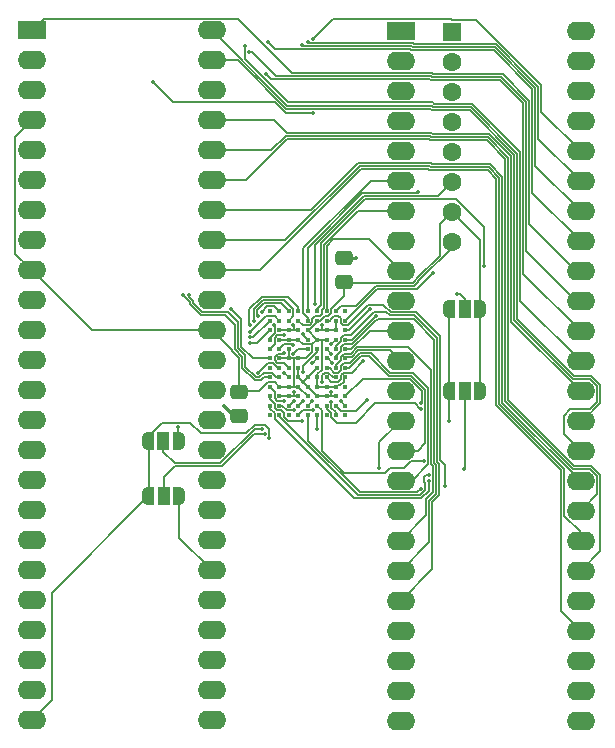
<source format=gbr>
%TF.GenerationSoftware,KiCad,Pcbnew,8.0.7*%
%TF.CreationDate,2025-02-11T22:57:12-05:00*%
%TF.ProjectId,Intel 105 BGA NOR+NAND NonMux,496e7465-6c20-4313-9035-20424741204e,rev?*%
%TF.SameCoordinates,Original*%
%TF.FileFunction,Copper,L1,Top*%
%TF.FilePolarity,Positive*%
%FSLAX46Y46*%
G04 Gerber Fmt 4.6, Leading zero omitted, Abs format (unit mm)*
G04 Created by KiCad (PCBNEW 8.0.7) date 2025-02-11 22:57:12*
%MOMM*%
%LPD*%
G01*
G04 APERTURE LIST*
G04 Aperture macros list*
%AMRoundRect*
0 Rectangle with rounded corners*
0 $1 Rounding radius*
0 $2 $3 $4 $5 $6 $7 $8 $9 X,Y pos of 4 corners*
0 Add a 4 corners polygon primitive as box body*
4,1,4,$2,$3,$4,$5,$6,$7,$8,$9,$2,$3,0*
0 Add four circle primitives for the rounded corners*
1,1,$1+$1,$2,$3*
1,1,$1+$1,$4,$5*
1,1,$1+$1,$6,$7*
1,1,$1+$1,$8,$9*
0 Add four rect primitives between the rounded corners*
20,1,$1+$1,$2,$3,$4,$5,0*
20,1,$1+$1,$4,$5,$6,$7,0*
20,1,$1+$1,$6,$7,$8,$9,0*
20,1,$1+$1,$8,$9,$2,$3,0*%
%AMFreePoly0*
4,1,19,0.550000,-0.750000,0.000000,-0.750000,0.000000,-0.744911,-0.071157,-0.744911,-0.207708,-0.704816,-0.327430,-0.627875,-0.420627,-0.520320,-0.479746,-0.390866,-0.500000,-0.250000,-0.500000,0.250000,-0.479746,0.390866,-0.420627,0.520320,-0.327430,0.627875,-0.207708,0.704816,-0.071157,0.744911,0.000000,0.744911,0.000000,0.750000,0.550000,0.750000,0.550000,-0.750000,0.550000,-0.750000,
$1*%
%AMFreePoly1*
4,1,19,0.000000,0.744911,0.071157,0.744911,0.207708,0.704816,0.327430,0.627875,0.420627,0.520320,0.479746,0.390866,0.500000,0.250000,0.500000,-0.250000,0.479746,-0.390866,0.420627,-0.520320,0.327430,-0.627875,0.207708,-0.704816,0.071157,-0.744911,0.000000,-0.744911,0.000000,-0.750000,-0.550000,-0.750000,-0.550000,0.750000,0.000000,0.750000,0.000000,0.744911,0.000000,0.744911,
$1*%
G04 Aperture macros list end*
%TA.AperFunction,SMDPad,CuDef*%
%ADD10RoundRect,0.250000X-0.475000X0.337500X-0.475000X-0.337500X0.475000X-0.337500X0.475000X0.337500X0*%
%TD*%
%TA.AperFunction,SMDPad,CuDef*%
%ADD11FreePoly0,0.000000*%
%TD*%
%TA.AperFunction,SMDPad,CuDef*%
%ADD12R,1.000000X1.500000*%
%TD*%
%TA.AperFunction,SMDPad,CuDef*%
%ADD13FreePoly1,0.000000*%
%TD*%
%TA.AperFunction,ComponentPad*%
%ADD14R,2.400000X1.600000*%
%TD*%
%TA.AperFunction,ComponentPad*%
%ADD15O,2.400000X1.600000*%
%TD*%
%TA.AperFunction,ComponentPad*%
%ADD16R,1.600000X1.600000*%
%TD*%
%TA.AperFunction,ComponentPad*%
%ADD17C,1.600000*%
%TD*%
%TA.AperFunction,SMDPad,CuDef*%
%ADD18C,0.400000*%
%TD*%
%TA.AperFunction,SMDPad,CuDef*%
%ADD19RoundRect,0.250000X0.475000X-0.337500X0.475000X0.337500X-0.475000X0.337500X-0.475000X-0.337500X0*%
%TD*%
%TA.AperFunction,ViaPad*%
%ADD20C,0.350000*%
%TD*%
%TA.AperFunction,Conductor*%
%ADD21C,0.150000*%
%TD*%
%TA.AperFunction,Conductor*%
%ADD22C,0.127000*%
%TD*%
%TA.AperFunction,Conductor*%
%ADD23C,0.250000*%
%TD*%
G04 APERTURE END LIST*
D10*
%TO.P,C2,1*%
%TO.N,VCC*%
X157690000Y-93982500D03*
%TO.P,C2,2*%
%TO.N,GND*%
X157690000Y-96057500D03*
%TD*%
D11*
%TO.P,CE4,1,A*%
%TO.N,/CE*%
X150000000Y-102847500D03*
D12*
%TO.P,CE4,2,C*%
%TO.N,/F4-CE*%
X151300000Y-102847500D03*
D13*
%TO.P,CE4,3,B*%
%TO.N,VCC*%
X152600000Y-102847500D03*
%TD*%
D14*
%TO.P,J3,1,Pin_1*%
%TO.N,/D4*%
X140131800Y-63398400D03*
D15*
%TO.P,J3,2,Pin_2*%
%TO.N,/D6*%
X140131800Y-65938400D03*
%TO.P,J3,3,Pin_3*%
%TO.N,GND*%
X140131800Y-68478400D03*
%TO.P,J3,4,Pin_4*%
%TO.N,VCC*%
X140131800Y-71018400D03*
%TO.P,J3,5,Pin_5*%
%TO.N,/D5*%
X140131800Y-73558400D03*
%TO.P,J3,6,Pin_6*%
%TO.N,/D7*%
X140131800Y-76098400D03*
%TO.P,J3,7,Pin_7*%
%TO.N,/D12*%
X140131800Y-78638400D03*
%TO.P,J3,8,Pin_8*%
%TO.N,/D14*%
X140131800Y-81178400D03*
%TO.P,J3,9,Pin_9*%
%TO.N,VCC*%
X140131800Y-83718400D03*
%TO.P,J3,10,Pin_10*%
%TO.N,/D13*%
X140131800Y-86258400D03*
%TO.P,J3,11,Pin_11*%
%TO.N,/D15*%
X140131800Y-88798400D03*
%TO.P,J3,12,Pin_12*%
%TO.N,unconnected-(J3-Pin_12-Pad12)*%
X140131800Y-91338400D03*
%TO.P,J3,13,Pin_13*%
%TO.N,unconnected-(J3-Pin_13-Pad13)*%
X140131800Y-93878400D03*
%TO.P,J3,14,Pin_14*%
%TO.N,GND*%
X140131800Y-96418400D03*
%TO.P,J3,15,Pin_15*%
%TO.N,unconnected-(J3-Pin_15-Pad15)*%
X140131800Y-98958400D03*
%TO.P,J3,16,Pin_16*%
%TO.N,unconnected-(J3-Pin_16-Pad16)*%
X140131800Y-101498400D03*
%TO.P,J3,17,Pin_17*%
%TO.N,unconnected-(J3-Pin_17-Pad17)*%
X140131800Y-104038400D03*
%TO.P,J3,18,Pin_18*%
%TO.N,unconnected-(J3-Pin_18-Pad18)*%
X140131800Y-106578400D03*
%TO.P,J3,19,Pin_19*%
%TO.N,unconnected-(J3-Pin_19-Pad19)*%
X140131800Y-109118400D03*
%TO.P,J3,20,Pin_20*%
%TO.N,unconnected-(J3-Pin_20-Pad20)*%
X140131800Y-111658400D03*
%TO.P,J3,21,Pin_21*%
%TO.N,unconnected-(J3-Pin_21-Pad21)*%
X140131800Y-114198400D03*
%TO.P,J3,22,Pin_22*%
%TO.N,/N-RY{slash}BY*%
X140131800Y-116738400D03*
%TO.P,J3,23,Pin_23*%
%TO.N,/N-WE*%
X140131800Y-119278400D03*
%TO.P,J3,24,Pin_24*%
%TO.N,/CE*%
X140131800Y-121818400D03*
%TO.P,J3,25,Pin_25*%
%TO.N,GND*%
X155371800Y-121818400D03*
%TO.P,J3,26,Pin_26*%
%TO.N,/ALE*%
X155371800Y-119278400D03*
%TO.P,J3,27,Pin_27*%
%TO.N,/N-WP2*%
X155371800Y-116738400D03*
%TO.P,J3,28,Pin_28*%
%TO.N,/CLE*%
X155371800Y-114198400D03*
%TO.P,J3,29,Pin_29*%
%TO.N,/N-RE*%
X155371800Y-111658400D03*
%TO.P,J3,30,Pin_30*%
%TO.N,VCC*%
X155371800Y-109118400D03*
%TO.P,J3,31,Pin_31*%
%TO.N,unconnected-(J3-Pin_31-Pad31)*%
X155371800Y-106578400D03*
%TO.P,J3,32,Pin_32*%
%TO.N,unconnected-(J3-Pin_32-Pad32)*%
X155371800Y-104038400D03*
%TO.P,J3,33,Pin_33*%
%TO.N,unconnected-(J3-Pin_33-Pad33)*%
X155371800Y-101498400D03*
%TO.P,J3,34,Pin_34*%
%TO.N,unconnected-(J3-Pin_34-Pad34)*%
X155371800Y-98958400D03*
%TO.P,J3,35,Pin_35*%
%TO.N,unconnected-(J3-Pin_35-Pad35)*%
X155371800Y-96418400D03*
%TO.P,J3,36,Pin_36*%
%TO.N,unconnected-(J3-Pin_36-Pad36)*%
X155371800Y-93878400D03*
%TO.P,J3,37,Pin_37*%
%TO.N,unconnected-(J3-Pin_37-Pad37)*%
X155371800Y-91338400D03*
%TO.P,J3,38,Pin_38*%
%TO.N,VCC*%
X155371800Y-88798400D03*
%TO.P,J3,39,Pin_39*%
%TO.N,unconnected-(J3-Pin_39-Pad39)*%
X155371800Y-86258400D03*
%TO.P,J3,40,Pin_40*%
%TO.N,/D8*%
X155371800Y-83718400D03*
%TO.P,J3,41,Pin_41*%
%TO.N,/D0*%
X155371800Y-81178400D03*
%TO.P,J3,42,Pin_42*%
%TO.N,/D10*%
X155371800Y-78638400D03*
%TO.P,J3,43,Pin_43*%
%TO.N,/D9*%
X155371800Y-76098400D03*
%TO.P,J3,44,Pin_44*%
%TO.N,/D1*%
X155371800Y-73558400D03*
%TO.P,J3,45,Pin_45*%
%TO.N,/D11*%
X155371800Y-71018400D03*
%TO.P,J3,46,Pin_46*%
%TO.N,GND*%
X155371800Y-68478400D03*
%TO.P,J3,47,Pin_47*%
%TO.N,/D2*%
X155371800Y-65938400D03*
%TO.P,J3,48,Pin_48*%
%TO.N,/D3*%
X155371800Y-63398400D03*
%TD*%
D14*
%TO.P,J1,1,Pin_1*%
%TO.N,/A16*%
X171348400Y-63423800D03*
D15*
%TO.P,J1,2,Pin_2*%
%TO.N,/A20*%
X171348400Y-65963800D03*
%TO.P,J1,3,Pin_3*%
%TO.N,/A21*%
X171348400Y-68503800D03*
%TO.P,J1,4,Pin_4*%
%TO.N,/A15*%
X171348400Y-71043800D03*
%TO.P,J1,5,Pin_5*%
%TO.N,/A19*%
X171348400Y-73583800D03*
%TO.P,J1,6,Pin_6*%
%TO.N,/A18*%
X171348400Y-76123800D03*
%TO.P,J1,7,Pin_7*%
%TO.N,/A17*%
X171348400Y-78663800D03*
%TO.P,J1,8,Pin_8*%
%TO.N,/F-WP1*%
X171348400Y-81203800D03*
%TO.P,J1,9,Pin_9*%
%TO.N,/A24*%
X171348400Y-83743800D03*
%TO.P,J1,10,Pin_10*%
%TO.N,/A14*%
X171348400Y-86283800D03*
%TO.P,J1,11,Pin_11*%
%TO.N,/A13*%
X171348400Y-88823800D03*
%TO.P,J1,12,Pin_12*%
%TO.N,/A12*%
X171348400Y-91363800D03*
%TO.P,J1,13,Pin_13*%
%TO.N,VPP*%
X171348400Y-93903800D03*
%TO.P,J1,14,Pin_14*%
%TO.N,/CE*%
X171348400Y-96443800D03*
%TO.P,J1,15,Pin_15*%
%TO.N,/A11*%
X171348400Y-98983800D03*
%TO.P,J1,16,Pin_16*%
%TO.N,/F-RST*%
X171348400Y-101523800D03*
%TO.P,J1,17,Pin_17*%
%TO.N,/A7*%
X171348400Y-104063800D03*
%TO.P,J1,18,Pin_18*%
%TO.N,/A8*%
X171348400Y-106603800D03*
%TO.P,J1,19,Pin_19*%
%TO.N,/A9*%
X171348400Y-109143800D03*
%TO.P,J1,20,Pin_20*%
%TO.N,/A10*%
X171348400Y-111683800D03*
%TO.P,J1,21,Pin_21*%
%TO.N,/A5*%
X171348400Y-114223800D03*
%TO.P,J1,22,Pin_22*%
%TO.N,/A6*%
X171348400Y-116763800D03*
%TO.P,J1,23,Pin_23*%
%TO.N,/A4*%
X171348400Y-119303800D03*
%TO.P,J1,24,Pin_24*%
%TO.N,/A0*%
X171348400Y-121843800D03*
%TO.P,J1,25,Pin_25*%
%TO.N,/A1*%
X186588400Y-121843800D03*
%TO.P,J1,26,Pin_26*%
%TO.N,/A2*%
X186588400Y-119303800D03*
%TO.P,J1,27,Pin_27*%
%TO.N,/A3*%
X186588400Y-116763800D03*
%TO.P,J1,28,Pin_28*%
%TO.N,/D8*%
X186588400Y-114223800D03*
%TO.P,J1,29,Pin_29*%
%TO.N,/A22*%
X186588400Y-111683800D03*
%TO.P,J1,30,Pin_30*%
%TO.N,/D1*%
X186588400Y-109143800D03*
%TO.P,J1,31,Pin_31*%
%TO.N,/D0*%
X186588400Y-106603800D03*
%TO.P,J1,32,Pin_32*%
%TO.N,/D9*%
X186588400Y-104063800D03*
%TO.P,J1,33,Pin_33*%
%TO.N,/D10*%
X186588400Y-101523800D03*
%TO.P,J1,34,Pin_34*%
%TO.N,/D2*%
X186588400Y-98983800D03*
%TO.P,J1,35,Pin_35*%
%TO.N,/D3*%
X186588400Y-96443800D03*
%TO.P,J1,36,Pin_36*%
%TO.N,/D11*%
X186588400Y-93903800D03*
%TO.P,J1,37,Pin_37*%
%TO.N,/D13*%
X186588400Y-91363800D03*
%TO.P,J1,38,Pin_38*%
%TO.N,/D5*%
X186588400Y-88823800D03*
%TO.P,J1,39,Pin_39*%
%TO.N,/D12*%
X186588400Y-86283800D03*
%TO.P,J1,40,Pin_40*%
%TO.N,/D4*%
X186588400Y-83743800D03*
%TO.P,J1,41,Pin_41*%
%TO.N,/D6*%
X186588400Y-81203800D03*
%TO.P,J1,42,Pin_42*%
%TO.N,/D7*%
X186588400Y-78663800D03*
%TO.P,J1,43,Pin_43*%
%TO.N,/D14*%
X186588400Y-76123800D03*
%TO.P,J1,44,Pin_44*%
%TO.N,/D15*%
X186588400Y-73583800D03*
%TO.P,J1,45,Pin_45*%
%TO.N,/A23*%
X186588400Y-71043800D03*
%TO.P,J1,46,Pin_46*%
%TO.N,/F-WE*%
X186588400Y-68503800D03*
%TO.P,J1,47,Pin_47*%
%TO.N,/F-OE*%
X186588400Y-65963800D03*
%TO.P,J1,48,Pin_48*%
%TO.N,unconnected-(J1-Pin_48-Pad48)*%
X186588400Y-63423800D03*
%TD*%
D11*
%TO.P,CE2,1,A*%
%TO.N,/CE*%
X175480000Y-93900000D03*
D12*
%TO.P,CE2,2,C*%
%TO.N,/F2-CE*%
X176780000Y-93900000D03*
D13*
%TO.P,CE2,3,B*%
%TO.N,VCC*%
X178080000Y-93900000D03*
%TD*%
D16*
%TO.P,J2,1,Pin_1*%
%TO.N,unconnected-(J2-Pin_1-Pad1)*%
X175691800Y-63525400D03*
D17*
%TO.P,J2,2,Pin_2*%
%TO.N,GND*%
X175691800Y-66065400D03*
%TO.P,J2,3,Pin_3*%
%TO.N,VCC*%
X175691800Y-68605400D03*
%TO.P,J2,4,Pin_4*%
%TO.N,GND*%
X175691800Y-71145400D03*
%TO.P,J2,5,Pin_5*%
%TO.N,VCC*%
X175691800Y-73685400D03*
%TO.P,J2,6,Pin_6*%
%TO.N,/ADV*%
X175691800Y-76225400D03*
%TO.P,J2,7,Pin_7*%
%TO.N,VCC*%
X175691800Y-78765400D03*
%TO.P,J2,8,Pin_8*%
%TO.N,/A25*%
X175691800Y-81305400D03*
%TD*%
D18*
%TO.P,U1,A1*%
%TO.N,N/C*%
X160287000Y-87172800D03*
%TO.P,U1,A2,A4*%
%TO.N,/A4*%
X161087000Y-87172800D03*
%TO.P,U1,A3,A6*%
%TO.N,/A6*%
X161887000Y-87172800D03*
%TO.P,U1,A4,A7*%
%TO.N,/A7*%
X162687000Y-87172800D03*
%TO.P,U1,A5,A19*%
%TO.N,/A19*%
X163487000Y-87172800D03*
%TO.P,U1,A6,A23*%
%TO.N,/A23*%
X164287000Y-87172800D03*
%TO.P,U1,A7,A24*%
%TO.N,/A24*%
X165087000Y-87172800D03*
%TO.P,U1,A8,A25*%
%TO.N,/A25*%
X165887000Y-87172800D03*
%TO.P,U1,A9*%
%TO.N,N/C*%
X166687000Y-87172800D03*
%TO.P,U1,B1,A2*%
%TO.N,/A2*%
X160287000Y-87972800D03*
%TO.P,U1,B2,A3*%
%TO.N,/A3*%
X161087000Y-87972800D03*
%TO.P,U1,B3,A5*%
%TO.N,/A5*%
X161887000Y-87972800D03*
%TO.P,U1,B4,A17*%
%TO.N,/A17*%
X162687000Y-87972800D03*
%TO.P,U1,B5,A18*%
%TO.N,/A18*%
X163487000Y-87972800D03*
%TO.P,U1,B6,F-DPD*%
%TO.N,VCC*%
X164287000Y-87972800D03*
%TO.P,U1,B7,A22*%
%TO.N,/A22*%
X165087000Y-87972800D03*
%TO.P,U1,B8,A26*%
%TO.N,GND*%
X165887000Y-87972800D03*
%TO.P,U1,B9,A16*%
%TO.N,/A16*%
X166687000Y-87972800D03*
%TO.P,U1,C1,A1*%
%TO.N,/A1*%
X160287000Y-88772800D03*
%TO.P,U1,C2,VSS*%
%TO.N,GND*%
X161087000Y-88772800D03*
%TO.P,U1,C3,VSS*%
X161887000Y-88772800D03*
%TO.P,U1,C4,VSS*%
X162687000Y-88772800D03*
%TO.P,U1,C5,D-VCC*%
%TO.N,VCC*%
X163487000Y-88772800D03*
%TO.P,U1,C6,VSS*%
%TO.N,GND*%
X164287000Y-88772800D03*
%TO.P,U1,C7,VSS*%
X165087000Y-88772800D03*
%TO.P,U1,C8,VSS*%
X165887000Y-88772800D03*
%TO.P,U1,C9,A15*%
%TO.N,/A15*%
X166687000Y-88772800D03*
%TO.P,U1,D1,A0*%
%TO.N,/A0*%
X160287000Y-89572800D03*
%TO.P,U1,D2,S-VCC*%
%TO.N,VCC*%
X161087000Y-89572800D03*
%TO.P,U1,D3,D-VCC*%
X161887000Y-89572800D03*
%TO.P,U1,D4,F1-VCC*%
X162687000Y-89572800D03*
%TO.P,U1,D5,~{ADV}*%
%TO.N,/ADV*%
X163487000Y-89572800D03*
%TO.P,U1,D6,F2-VCC*%
%TO.N,VCC*%
X164287000Y-89572800D03*
%TO.P,U1,D7,D-VCC*%
X165087000Y-89572800D03*
%TO.P,U1,D8,N-ALE*%
%TO.N,/ALE*%
X165887000Y-89572800D03*
%TO.P,U1,D9,A14*%
%TO.N,/A14*%
X166687000Y-89572800D03*
%TO.P,U1,E1,F-~{WP1}*%
%TO.N,/F-WP1*%
X160287000Y-90372800D03*
%TO.P,U1,E2,~{WE}*%
%TO.N,/F-WE*%
X161087000Y-90372800D03*
%TO.P,U1,E3,D2-~{CS}*%
%TO.N,VCC*%
X161887000Y-90372800D03*
%TO.P,U1,E5,N-CLE*%
%TO.N,/CLE*%
X163487000Y-90372800D03*
%TO.P,U1,E6,F4-~{CE}/A27*%
%TO.N,/F4-CE*%
X164287000Y-90372800D03*
%TO.P,U1,E7,A21*%
%TO.N,/A21*%
X165087000Y-90372800D03*
%TO.P,U1,E8,A10*%
%TO.N,/A10*%
X165887000Y-90372800D03*
%TO.P,U1,E9,A13*%
%TO.N,/A13*%
X166687000Y-90372800D03*
%TO.P,U1,F1,F-~{WP2}*%
%TO.N,/N-WP2*%
X160287000Y-91172800D03*
%TO.P,U1,F2,D1-~{CS}*%
%TO.N,VCC*%
X161087000Y-91172800D03*
%TO.P,U1,F3,D-~{CAS}*%
X161887000Y-91172800D03*
%TO.P,U1,F4,D-~{RAS}*%
X162687000Y-91172800D03*
%TO.P,U1,F6,N-~{RE}/S-~{CS1}*%
%TO.N,/N-RE*%
X164287000Y-91172800D03*
%TO.P,U1,F7,A20*%
%TO.N,/A20*%
X165087000Y-91172800D03*
%TO.P,U1,F8,A9*%
%TO.N,/A9*%
X165887000Y-91172800D03*
%TO.P,U1,F9,A12*%
%TO.N,/A12*%
X166687000Y-91172800D03*
%TO.P,U1,G1,N/C*%
%TO.N,unconnected-(U1-N{slash}C-PadG1)*%
X160287000Y-91972800D03*
%TO.P,U1,G2,F2-~{CE}*%
%TO.N,/F2-CE*%
X161087000Y-91972800D03*
%TO.P,U1,G3,F1-~{CE}*%
%TO.N,/F1-CE*%
X161887000Y-91972800D03*
%TO.P,U1,G4,D-BA0*%
%TO.N,GND*%
X162687000Y-91972800D03*
%TO.P,U1,G6,D-CKE*%
X164287000Y-91972800D03*
%TO.P,U1,G7,F-~{RST}*%
%TO.N,/F-RST*%
X165087000Y-91972800D03*
%TO.P,U1,G8,A8*%
%TO.N,/A8*%
X165887000Y-91972800D03*
%TO.P,U1,G9,A11*%
%TO.N,/A11*%
X166687000Y-91972800D03*
%TO.P,U1,H1,N-RY/~{BY}*%
%TO.N,/N-RY{slash}BY*%
X160287000Y-92772800D03*
%TO.P,U1,H2,N-~{WE}/S-CS2*%
%TO.N,/N-WE*%
X161087000Y-92772800D03*
%TO.P,U1,H3,F3-~{CE}*%
%TO.N,/F3-CE*%
X161887000Y-92772800D03*
%TO.P,U1,H4,D-BA1*%
%TO.N,GND*%
X162687000Y-92772800D03*
%TO.P,U1,H5,D-~{CLK}*%
X163487000Y-92772800D03*
%TO.P,U1,H6,D-~{WE}*%
%TO.N,VCC*%
X164287000Y-92772800D03*
%TO.P,U1,H7,~{OE}*%
%TO.N,/F-OE*%
X165087000Y-92772800D03*
%TO.P,U1,H8,D-DM1/R-~{UB}*%
%TO.N,GND*%
X165887000Y-92772800D03*
%TO.P,U1,H9,D-DM0/R-~{LB}*%
%TO.N,VCC*%
X166687000Y-92772800D03*
%TO.P,U1,J1,F-VPP*%
%TO.N,VPP*%
X160287000Y-93572800D03*
%TO.P,U1,J2,VCCQ*%
%TO.N,VCC*%
X161087000Y-93572800D03*
%TO.P,U1,J3,VCCQ*%
X161887000Y-93572800D03*
%TO.P,U1,J4,F1-VCC*%
X162687000Y-93572800D03*
%TO.P,U1,J5,D-CLK*%
%TO.N,GND*%
X163487000Y-93572800D03*
%TO.P,U1,J6,F2-VCC*%
%TO.N,VCC*%
X164287000Y-93572800D03*
%TO.P,U1,J7,VCCQ*%
X165087000Y-93572800D03*
%TO.P,U1,J8,VCCQ*%
X165887000Y-93572800D03*
%TO.P,U1,J9,F-WAIT*%
%TO.N,unconnected-(U1-F-WAIT-PadJ9)*%
X166687000Y-93572800D03*
%TO.P,U1,K1,AD2/DQ2*%
%TO.N,/D2*%
X160287000Y-94372800D03*
%TO.P,U1,K2,VSS*%
%TO.N,GND*%
X161087000Y-94372800D03*
%TO.P,U1,K3,VSS*%
X161887000Y-94372800D03*
%TO.P,U1,K4,VSS*%
X162687000Y-94372800D03*
%TO.P,U1,K5,F-CLK*%
%TO.N,VCC*%
X163487000Y-94372800D03*
%TO.P,U1,K6,VSS*%
%TO.N,GND*%
X164287000Y-94372800D03*
%TO.P,U1,K7,VSS*%
X165087000Y-94372800D03*
%TO.P,U1,K8,VSS*%
X165887000Y-94372800D03*
%TO.P,U1,K9,DQ13*%
%TO.N,/D13*%
X166687000Y-94372800D03*
%TO.P,U1,L1,AD1/DQ1*%
%TO.N,/D1*%
X160287000Y-95172800D03*
%TO.P,U1,L2,AD3/DQ3*%
%TO.N,/D3*%
X161087000Y-95172800D03*
%TO.P,U1,L3,AD5/DQ5*%
%TO.N,/D5*%
X161887000Y-95172800D03*
%TO.P,U1,L4,AD6/DQ6*%
%TO.N,/D6*%
X162687000Y-95172800D03*
%TO.P,U1,L5,AD7/DQ7*%
%TO.N,/D7*%
X163487000Y-95172800D03*
%TO.P,U1,L6,DQ9*%
%TO.N,/D9*%
X164287000Y-95172800D03*
%TO.P,U1,L7,DQ11*%
%TO.N,/D11*%
X165087000Y-95172800D03*
%TO.P,U1,L8,DQ12*%
%TO.N,/D12*%
X165887000Y-95172800D03*
%TO.P,U1,L9,DQ14*%
%TO.N,/D14*%
X166687000Y-95172800D03*
%TO.P,U1,M1*%
%TO.N,N/C*%
X160287000Y-95972800D03*
%TO.P,U1,M2,AD0/DQ0*%
%TO.N,/D0*%
X161087000Y-95972800D03*
%TO.P,U1,M3,D-LDQS*%
%TO.N,unconnected-(U1-D-LDQS-PadM3)*%
X161887000Y-95972800D03*
%TO.P,U1,M4,AD4/DQ4*%
%TO.N,/D4*%
X162687000Y-95972800D03*
%TO.P,U1,M5,DQ8*%
%TO.N,/D8*%
X163487000Y-95972800D03*
%TO.P,U1,M6,DQ10*%
%TO.N,/D10*%
X164287000Y-95972800D03*
%TO.P,U1,M7,D-UDQS*%
%TO.N,unconnected-(U1-D-UDQS-PadM7)*%
X165087000Y-95972800D03*
%TO.P,U1,M8,DQ15*%
%TO.N,/D15*%
X165887000Y-95972800D03*
%TO.P,U1,M9*%
%TO.N,N/C*%
X166687000Y-95972800D03*
%TD*%
D19*
%TO.P,C1,1*%
%TO.N,VCC*%
X166590000Y-84727500D03*
%TO.P,C1,2*%
%TO.N,GND*%
X166590000Y-82652500D03*
%TD*%
D11*
%TO.P,CE3,1,A*%
%TO.N,/CE*%
X149975000Y-98172500D03*
D12*
%TO.P,CE3,2,C*%
%TO.N,/F3-CE*%
X151275000Y-98172500D03*
D13*
%TO.P,CE3,3,B*%
%TO.N,VCC*%
X152575000Y-98172500D03*
%TD*%
D11*
%TO.P,CE1,1,A*%
%TO.N,/CE*%
X175480000Y-87010000D03*
D12*
%TO.P,CE1,2,C*%
%TO.N,/F1-CE*%
X176780000Y-87010000D03*
D13*
%TO.P,CE1,3,B*%
%TO.N,VCC*%
X178080000Y-87010000D03*
%TD*%
D20*
%TO.N,/D15*%
X163960000Y-70385500D03*
X150410000Y-67803500D03*
X163960836Y-64099800D03*
%TO.N,/D14*%
X163484213Y-64353800D03*
%TO.N,/D7*%
X163010000Y-64607800D03*
%TO.N,/A19*%
X172804500Y-77053800D03*
%TO.N,/D6*%
X160093520Y-64386480D03*
%TO.N,/D13*%
X158180000Y-64754400D03*
%TO.N,/D12*%
X158545500Y-65200000D03*
%TO.N,/D5*%
X159976203Y-67071400D03*
%TO.N,/A22*%
X175119765Y-102010235D03*
%TO.N,/ALE*%
X165500000Y-89960000D03*
%TO.N,GND*%
X156360000Y-95170000D03*
%TO.N,/A23*%
X178445500Y-83369795D03*
%TO.N,/D15*%
X165500000Y-94820000D03*
%TO.N,VCC*%
X152480000Y-97010000D03*
%TO.N,/CE*%
X160236868Y-97893132D03*
X169540513Y-100440500D03*
%TO.N,/F4-CE*%
X159876868Y-97533132D03*
%TO.N,/F3-CE*%
X159615500Y-97134113D03*
X161480000Y-92380000D03*
%TO.N,/N-RY{slash}BY*%
X152910148Y-85819852D03*
%TO.N,/N-WE*%
X153434945Y-85827752D03*
%TO.N,/N-WP2*%
X156985000Y-86988104D03*
%TO.N,/ADV*%
X164106500Y-86520000D03*
X163098949Y-89126500D03*
%TO.N,/CE*%
X175480000Y-96430000D03*
%TO.N,/F1-CE*%
X176097646Y-85717647D03*
X161460000Y-90710000D03*
%TO.N,/F2-CE*%
X176760000Y-100530000D03*
X159250000Y-92400000D03*
%TO.N,/A7*%
X158635582Y-88361008D03*
%TO.N,/F4-CE*%
X163080000Y-92350000D03*
%TO.N,/D10*%
X164287000Y-97179500D03*
%TO.N,/D7*%
X163880000Y-94790000D03*
%TO.N,/A3*%
X158616993Y-88896493D03*
%TO.N,/D6*%
X163079800Y-94780000D03*
%TO.N,/A6*%
X159270000Y-87570000D03*
%TO.N,/A2*%
X158600500Y-89373210D03*
%TO.N,/D2*%
X163007226Y-96462542D03*
%TO.N,/A14*%
X169237398Y-87589500D03*
%TO.N,/D11*%
X173074500Y-95410187D03*
%TO.N,/A0*%
X160660000Y-88360000D03*
%TO.N,/A4*%
X159581414Y-87197523D03*
%TO.N,/D8*%
X173070000Y-102196500D03*
%TO.N,/A20*%
X165533303Y-91537197D03*
%TO.N,VPP*%
X161470000Y-94763300D03*
%TO.N,/D3*%
X162290000Y-95560000D03*
%TO.N,/D9*%
X173328500Y-99870000D03*
%TO.N,/D5*%
X162299627Y-94765500D03*
%TO.N,/F-WE*%
X162280000Y-90000000D03*
%TO.N,/A21*%
X165490000Y-90770000D03*
%TO.N,/F-OE*%
X168163843Y-91403843D03*
%TO.N,/A16*%
X174083673Y-83933223D03*
%TO.N,/A1*%
X158600500Y-89875535D03*
%TO.N,/D1*%
X173756500Y-101530000D03*
%TO.N,/D4*%
X163900000Y-95570000D03*
%TO.N,/A5*%
X158905500Y-87967720D03*
%TO.N,/D14*%
X166280232Y-94766032D03*
%TO.N,/D13*%
X173074500Y-94933184D03*
%TO.N,/A15*%
X168787606Y-87005500D03*
%TO.N,/D12*%
X168498843Y-94658843D03*
%TO.N,/F-WP1*%
X161480000Y-89182300D03*
%TO.N,GND*%
X162310000Y-93970000D03*
X164670000Y-93180000D03*
X167620000Y-82640000D03*
X164687100Y-88372800D03*
X163092600Y-93167200D03*
X162280000Y-88360000D03*
X165480000Y-93970000D03*
%TO.N,/N-RE*%
X163867223Y-91557223D03*
%TO.N,/CLE*%
X162252500Y-90807300D03*
%TO.N,/D0*%
X173756500Y-101052997D03*
%TD*%
D21*
%TO.N,VCC*%
X166622500Y-84760000D02*
X166596800Y-84734300D01*
X172454450Y-84670076D02*
X172364526Y-84760000D01*
X172454450Y-84666430D02*
X172454450Y-84670076D01*
X174651300Y-79805900D02*
X174651300Y-82473226D01*
X172827726Y-84296800D02*
X172824080Y-84296800D01*
X172824080Y-84296800D02*
X172454450Y-84666430D01*
X174651300Y-82473226D02*
X172827726Y-84296800D01*
X175691800Y-78765400D02*
X174651300Y-79805900D01*
X172364526Y-84760000D02*
X166622500Y-84760000D01*
X157678500Y-93971000D02*
X157690000Y-93982500D01*
X157067105Y-90509969D02*
X157678500Y-91121364D01*
X157678500Y-91121364D02*
X157678500Y-93971000D01*
X157067105Y-90493705D02*
X157067105Y-90509969D01*
X155371800Y-88798400D02*
X157067105Y-90493705D01*
D22*
%TO.N,/D11*%
X165087000Y-95420549D02*
X165087000Y-95172800D01*
X165477500Y-95811049D02*
X165087000Y-95420549D01*
X165477500Y-96115551D02*
X165477500Y-95811049D01*
X167572700Y-96617300D02*
X165979249Y-96617300D01*
X169220000Y-94970000D02*
X167572700Y-96617300D01*
X172594420Y-94970000D02*
X169220000Y-94970000D01*
X173034607Y-95410187D02*
X172594420Y-94970000D01*
X165979249Y-96617300D02*
X165477500Y-96115551D01*
X173074500Y-95410187D02*
X173034607Y-95410187D01*
%TO.N,/D9*%
X164687000Y-95572800D02*
X164287000Y-95172800D01*
X166601159Y-100880000D02*
X164687000Y-98965841D01*
X170466211Y-100460000D02*
X170046211Y-100880000D01*
X164687000Y-98965841D02*
X164687000Y-95572800D01*
X172262979Y-99870000D02*
X171672979Y-100460000D01*
X170046211Y-100880000D02*
X166601159Y-100880000D01*
X173328500Y-99870000D02*
X172262979Y-99870000D01*
X171672979Y-100460000D02*
X170466211Y-100460000D01*
%TO.N,/CE*%
X169540513Y-100440500D02*
X169540513Y-98251687D01*
X169540513Y-98251687D02*
X171348400Y-96443800D01*
%TO.N,/F2-CE*%
X176780000Y-100510000D02*
X176780000Y-93900000D01*
X176760000Y-100530000D02*
X176780000Y-100510000D01*
%TO.N,/D0*%
X161087000Y-96084261D02*
X161087000Y-95972800D01*
X167771039Y-102768300D02*
X161087000Y-96084261D01*
X173015096Y-102768300D02*
X167771039Y-102768300D01*
X173435500Y-101745500D02*
X173435500Y-102347896D01*
X173310000Y-101620000D02*
X173435500Y-101745500D01*
X173435500Y-102347896D02*
X173015096Y-102768300D01*
X173477003Y-101052997D02*
X173310000Y-101220000D01*
X173310000Y-101220000D02*
X173310000Y-101620000D01*
X173756500Y-101052997D02*
X173477003Y-101052997D01*
%TO.N,/D1*%
X160677500Y-95811049D02*
X160287000Y-95420549D01*
X160677500Y-96267500D02*
X160677500Y-95811049D01*
X167432300Y-103022300D02*
X160677500Y-96267500D01*
X173120306Y-103022300D02*
X167432300Y-103022300D01*
X173756500Y-102386106D02*
X173120306Y-103022300D01*
X160287000Y-95420549D02*
X160287000Y-95172800D01*
X173756500Y-101530000D02*
X173756500Y-102386106D01*
%TO.N,/A22*%
X165496500Y-87813500D02*
X165337200Y-87972800D01*
X165727549Y-87580000D02*
X165496500Y-87811049D01*
X166090000Y-87580000D02*
X165727549Y-87580000D01*
X165337200Y-87972800D02*
X165087000Y-87972800D01*
X166480000Y-88380000D02*
X166290000Y-88190000D01*
X166290000Y-87780000D02*
X166090000Y-87580000D01*
X166870000Y-88380000D02*
X166480000Y-88380000D01*
X168610000Y-86640000D02*
X166870000Y-88380000D01*
X169930000Y-86640000D02*
X168610000Y-86640000D01*
X166290000Y-88190000D02*
X166290000Y-87780000D01*
X169957900Y-86667900D02*
X169930000Y-86640000D01*
X172684300Y-87274300D02*
X170538121Y-87274300D01*
X169957900Y-86694079D02*
X169957900Y-86667900D01*
X174710000Y-89300000D02*
X172684300Y-87274300D01*
X175119765Y-100215165D02*
X174710000Y-99805400D01*
X175119765Y-102010235D02*
X175119765Y-100215165D01*
X174710000Y-99805400D02*
X174710000Y-89300000D01*
X170538121Y-87274300D02*
X169957900Y-86694079D01*
X165496500Y-87811049D02*
X165496500Y-87813500D01*
%TO.N,/F-RST*%
X166048751Y-92363300D02*
X165725249Y-92363300D01*
X166280630Y-92131421D02*
X166048751Y-92363300D01*
X166280630Y-91809370D02*
X166280630Y-92131421D01*
X165334749Y-91972800D02*
X165087000Y-91972800D01*
X166526700Y-91563300D02*
X166280630Y-91809370D01*
X167059648Y-91563300D02*
X166526700Y-91563300D01*
X170450000Y-92380000D02*
X168809106Y-90739106D01*
X165725249Y-92363300D02*
X165334749Y-91972800D01*
X172370000Y-92380000D02*
X170450000Y-92380000D01*
X168809106Y-90739106D02*
X167883842Y-90739106D01*
X173694000Y-93704000D02*
X172370000Y-92380000D01*
X173694000Y-100126000D02*
X173694000Y-93704000D01*
X172296200Y-101523800D02*
X173694000Y-100126000D01*
X167883842Y-90739106D02*
X167059648Y-91563300D01*
X171348400Y-101523800D02*
X172296200Y-101523800D01*
%TO.N,VCC*%
X145211800Y-88798400D02*
X155371800Y-88798400D01*
X140131800Y-83718400D02*
X145211800Y-88798400D01*
X166544000Y-93136000D02*
X166544000Y-92915800D01*
X166262700Y-93417300D02*
X166544000Y-93136000D01*
X166042500Y-93417300D02*
X166262700Y-93417300D01*
X165887000Y-93572800D02*
X166042500Y-93417300D01*
X166544000Y-92915800D02*
X166687000Y-92772800D01*
%TO.N,GND*%
X164925249Y-92382300D02*
X164696500Y-92611049D01*
X165248751Y-92382300D02*
X164925249Y-92382300D01*
X164696500Y-92611049D02*
X164696500Y-93153500D01*
X164696500Y-93153500D02*
X164670000Y-93180000D01*
X165887000Y-92772800D02*
X165639251Y-92772800D01*
X165639251Y-92772800D02*
X165248751Y-92382300D01*
%TO.N,/D8*%
X184943900Y-100597720D02*
X184943900Y-112579300D01*
X179471905Y-95125725D02*
X184943900Y-100597720D01*
X178712790Y-75234900D02*
X179471905Y-75994015D01*
X184943900Y-112579300D02*
X186588400Y-114223800D01*
X167998121Y-75133300D02*
X173683300Y-75133300D01*
X159413021Y-83718400D02*
X167998121Y-75133300D01*
X173683300Y-75133300D02*
X173784900Y-75234900D01*
X155371800Y-83718400D02*
X159413021Y-83718400D01*
X179471905Y-75994015D02*
X179471905Y-95125725D01*
X173784900Y-75234900D02*
X178712790Y-75234900D01*
%TO.N,/D15*%
X161640480Y-70385500D02*
X163960000Y-70385500D01*
X160723880Y-69468900D02*
X161640480Y-70385500D01*
X152075400Y-69468900D02*
X160723880Y-69468900D01*
X150410000Y-67803500D02*
X152075400Y-69468900D01*
X165627336Y-62433300D02*
X163960836Y-64099800D01*
X175638400Y-62433300D02*
X171150000Y-62433300D01*
X175740000Y-62534900D02*
X175638400Y-62433300D01*
X177759930Y-62534900D02*
X175740000Y-62534900D01*
X171150000Y-62433300D02*
X165627336Y-62433300D01*
X183281905Y-68056875D02*
X182662515Y-67437485D01*
X183281905Y-70277305D02*
X183281905Y-68056875D01*
X182662515Y-67437485D02*
X177759930Y-62534900D01*
X186588400Y-73583800D02*
X183281905Y-70277305D01*
%TO.N,/D13*%
X181503905Y-86279305D02*
X186588400Y-91363800D01*
X174215320Y-69646900D02*
X177431226Y-69646900D01*
X161826910Y-69494300D02*
X174062720Y-69494300D01*
X181503905Y-73719579D02*
X181503905Y-86279305D01*
X158180000Y-65847390D02*
X161826910Y-69494300D01*
X177431226Y-69646900D02*
X181503905Y-73719579D01*
X158180000Y-64754400D02*
X158180000Y-65847390D01*
X174062720Y-69494300D02*
X174215320Y-69646900D01*
%TO.N,/D5*%
X179790420Y-67614900D02*
X181757905Y-69582385D01*
X173894900Y-67614900D02*
X179790420Y-67614900D01*
X181757905Y-83993305D02*
X186588400Y-88823800D01*
X173793300Y-67513300D02*
X173894900Y-67614900D01*
X181757905Y-69582385D02*
X181757905Y-83993305D01*
X160418103Y-67513300D02*
X173793300Y-67513300D01*
X159976203Y-67071400D02*
X160418103Y-67513300D01*
%TO.N,/D14*%
X168730000Y-64465300D02*
X163595713Y-64465300D01*
X172369099Y-64465300D02*
X168730000Y-64465300D01*
X163595713Y-64465300D02*
X163484213Y-64353800D01*
X172470699Y-64566900D02*
X172369099Y-64465300D01*
X175900000Y-64566900D02*
X172470699Y-64566900D01*
X179432720Y-64566900D02*
X175900000Y-64566900D01*
X182177910Y-67312090D02*
X179432720Y-64566900D01*
%TO.N,/D7*%
X172263889Y-64719300D02*
X163121500Y-64719300D01*
X172365489Y-64820900D02*
X172263889Y-64719300D01*
X182773905Y-74849305D02*
X182773905Y-68267295D01*
X182773905Y-68267295D02*
X179327510Y-64820900D01*
X179327510Y-64820900D02*
X172365489Y-64820900D01*
X163121500Y-64719300D02*
X163010000Y-64607800D01*
X186588400Y-78663800D02*
X182773905Y-74849305D01*
%TO.N,/D14*%
X183027905Y-68162085D02*
X182177910Y-67312090D01*
X183027905Y-72563305D02*
X183027905Y-68162085D01*
X186588400Y-76123800D02*
X183027905Y-72563305D01*
%TO.N,/D12*%
X186188400Y-86283800D02*
X186588400Y-86283800D01*
X174000110Y-67360900D02*
X179895630Y-67360900D01*
X173898510Y-67259300D02*
X174000110Y-67360900D01*
X182011905Y-69477175D02*
X182011905Y-82107305D01*
X182011905Y-82107305D02*
X186188400Y-86283800D01*
X179895630Y-67360900D02*
X182011905Y-69477175D01*
X160829300Y-67259300D02*
X173898510Y-67259300D01*
X158770000Y-65200000D02*
X160829300Y-67259300D01*
X158545500Y-65200000D02*
X158770000Y-65200000D01*
%TO.N,/D6*%
X182519905Y-77135305D02*
X186588400Y-81203800D01*
X172158679Y-64973300D02*
X172260279Y-65074900D01*
X160093520Y-64386480D02*
X160680340Y-64973300D01*
X179222300Y-65074900D02*
X182519905Y-68372505D01*
X182519905Y-68372505D02*
X182519905Y-77135305D01*
X160680340Y-64973300D02*
X172158679Y-64973300D01*
X172260279Y-65074900D02*
X179222300Y-65074900D01*
%TO.N,/D4*%
X141122300Y-62407900D02*
X140131800Y-63398400D01*
X157598044Y-62407900D02*
X141122300Y-62407900D01*
X174105320Y-67106900D02*
X174003720Y-67005300D01*
X182265905Y-69371965D02*
X180000840Y-67106900D01*
X174003720Y-67005300D02*
X162195444Y-67005300D01*
X182265905Y-79821305D02*
X182265905Y-69371965D01*
X162195444Y-67005300D02*
X157598044Y-62407900D01*
X186188400Y-83743800D02*
X182265905Y-79821305D01*
X186588400Y-83743800D02*
X186188400Y-83743800D01*
X180000840Y-67106900D02*
X174105320Y-67106900D01*
%TO.N,/D9*%
X187978900Y-102673300D02*
X186588400Y-104063800D01*
X187398679Y-100533300D02*
X187978900Y-101113521D01*
X187978900Y-101113521D02*
X187978900Y-102673300D01*
X185957110Y-100533300D02*
X187398679Y-100533300D01*
X178654900Y-72694900D02*
X180233905Y-74273905D01*
X173854900Y-72694900D02*
X178654900Y-72694900D01*
X180233905Y-94810095D02*
X185957110Y-100533300D01*
X173753300Y-72593300D02*
X173854900Y-72694900D01*
X161745910Y-72593300D02*
X173753300Y-72593300D01*
X155371800Y-76098400D02*
X158240810Y-76098400D01*
X180233905Y-74273905D02*
X180233905Y-94810095D01*
X158240810Y-76098400D02*
X161745910Y-72593300D01*
%TO.N,/D11*%
X178865320Y-72186900D02*
X180741905Y-74063485D01*
X173958420Y-72080000D02*
X174065320Y-72186900D01*
X174065320Y-72186900D02*
X178865320Y-72186900D01*
X180741905Y-88057305D02*
X186588400Y-93903800D01*
X161730000Y-72080000D02*
X173958420Y-72080000D01*
X160668400Y-71018400D02*
X161730000Y-72080000D01*
X180741905Y-74063485D02*
X180741905Y-88057305D01*
X155371800Y-71018400D02*
X160668400Y-71018400D01*
%TO.N,/D1*%
X188232900Y-107499300D02*
X186588400Y-109143800D01*
X186062320Y-100279300D02*
X187503889Y-100279300D01*
X188232900Y-101008311D02*
X188232900Y-107499300D01*
X180487905Y-94704885D02*
X186062320Y-100279300D01*
X180487905Y-74168695D02*
X180487905Y-94704885D01*
X187503889Y-100279300D02*
X188232900Y-101008311D01*
X178760110Y-72440900D02*
X180487905Y-74168695D01*
X173960110Y-72440900D02*
X178760110Y-72440900D01*
X173858510Y-72339300D02*
X173960110Y-72440900D01*
X160421600Y-73558400D02*
X161640700Y-72339300D01*
X155371800Y-73558400D02*
X160421600Y-73558400D01*
X161640700Y-72339300D02*
X173858510Y-72339300D01*
%TO.N,/D2*%
X185150000Y-96010000D02*
X185150000Y-97545400D01*
X185706700Y-95453300D02*
X185150000Y-96010000D01*
X187990000Y-94861979D02*
X187398679Y-95453300D01*
X187990000Y-93504621D02*
X187990000Y-94861979D01*
X185150000Y-97545400D02*
X186588400Y-98983800D01*
X185957110Y-92913300D02*
X187398679Y-92913300D01*
X187398679Y-92913300D02*
X187990000Y-93504621D01*
X180995905Y-73930000D02*
X180995905Y-87952095D01*
X177220805Y-70154900D02*
X180995905Y-73930000D01*
X180995905Y-87952095D02*
X185957110Y-92913300D01*
X174004900Y-70154900D02*
X177220805Y-70154900D01*
X173870000Y-70020000D02*
X174004900Y-70154900D01*
X157552590Y-65938400D02*
X161634190Y-70020000D01*
X155371800Y-65938400D02*
X157552590Y-65938400D01*
X187398679Y-95453300D02*
X185706700Y-95453300D01*
X161634190Y-70020000D02*
X173870000Y-70020000D01*
%TO.N,/D3*%
X186767389Y-96443800D02*
X186588400Y-96443800D01*
X188244000Y-94967189D02*
X186767389Y-96443800D01*
X188244000Y-93399411D02*
X188244000Y-94967189D01*
X187503889Y-92659300D02*
X188244000Y-93399411D01*
X186062320Y-92659300D02*
X187503889Y-92659300D01*
X181249905Y-73824789D02*
X181249905Y-87846885D01*
X174110110Y-69900900D02*
X177326016Y-69900900D01*
X173975210Y-69766000D02*
X174110110Y-69900900D01*
X161739400Y-69766000D02*
X173975210Y-69766000D01*
X155371800Y-63398400D02*
X161739400Y-69766000D01*
X177326016Y-69900900D02*
X181249905Y-73824789D01*
X181249905Y-87846885D02*
X186062320Y-92659300D01*
%TO.N,/A18*%
X163096500Y-87352499D02*
X163096500Y-81835700D01*
X163179775Y-87435774D02*
X163096500Y-87352499D01*
X163096500Y-81835700D02*
X168808400Y-76123800D01*
X163487000Y-87972800D02*
X163487000Y-87743000D01*
X163487000Y-87743000D02*
X163179775Y-87435774D01*
X168808400Y-76123800D02*
X171348400Y-76123800D01*
%TO.N,/A19*%
X172693000Y-77165300D02*
X172804500Y-77053800D01*
X169140000Y-77165300D02*
X172693000Y-77165300D01*
X168126110Y-77165300D02*
X169140000Y-77165300D01*
X163487000Y-81804410D02*
X168126110Y-77165300D01*
X163487000Y-87172800D02*
X163487000Y-81804410D01*
%TO.N,/ADV*%
X174497900Y-77419300D02*
X175691800Y-76225400D01*
X164106500Y-81544120D02*
X168231320Y-77419300D01*
X168231320Y-77419300D02*
X174497900Y-77419300D01*
X164106500Y-86520000D02*
X164106500Y-81544120D01*
%TO.N,/A23*%
X164579000Y-86651000D02*
X164287000Y-86943000D01*
X164579000Y-81430830D02*
X164579000Y-86651000D01*
X164287000Y-86943000D02*
X164287000Y-87172800D01*
X176071190Y-77673300D02*
X168336530Y-77673300D01*
X178445500Y-80047610D02*
X176071190Y-77673300D01*
X178445500Y-83369795D02*
X178445500Y-80047610D01*
X168336530Y-77673300D02*
X164579000Y-81430830D01*
%TO.N,/D10*%
X179979905Y-94915305D02*
X186588400Y-101523800D01*
X179979905Y-75783595D02*
X179979905Y-94915305D01*
X167787701Y-74625300D02*
X173893720Y-74625300D01*
X178923210Y-74726900D02*
X179979905Y-75783595D01*
X163774601Y-78638400D02*
X167787701Y-74625300D01*
X173893720Y-74625300D02*
X173995320Y-74726900D01*
X155371800Y-78638400D02*
X163774601Y-78638400D01*
X173995320Y-74726900D02*
X178923210Y-74726900D01*
%TO.N,/D0*%
X185197900Y-104474079D02*
X186588400Y-105864579D01*
X185197900Y-100492510D02*
X185197900Y-104474079D01*
X186588400Y-105864579D02*
X186588400Y-106603800D01*
X173890110Y-74980900D02*
X178818000Y-74980900D01*
X173788510Y-74879300D02*
X173890110Y-74980900D01*
X179725905Y-95020515D02*
X185197900Y-100492510D01*
X179725905Y-75888805D02*
X179725905Y-95020515D01*
X167892911Y-74879300D02*
X173788510Y-74879300D01*
X161593811Y-81178400D02*
X167892911Y-74879300D01*
X178818000Y-74980900D02*
X179725905Y-75888805D01*
X155371800Y-81178400D02*
X161593811Y-81178400D01*
%TO.N,/N-WE*%
X160448751Y-92382300D02*
X160839251Y-92772800D01*
X159784596Y-92382300D02*
X160448751Y-92382300D01*
X159098604Y-92765500D02*
X159401396Y-92765500D01*
X158198000Y-91864896D02*
X159098604Y-92765500D01*
X158198000Y-90906180D02*
X158198000Y-91864896D01*
X160839251Y-92772800D02*
X161087000Y-92772800D01*
X157586605Y-90294785D02*
X158198000Y-90906180D01*
X156728900Y-87248900D02*
X157586605Y-88106605D01*
X159401396Y-92765500D02*
X159784596Y-92382300D01*
X154561521Y-87248900D02*
X156728900Y-87248900D01*
X153754000Y-86441379D02*
X154561521Y-87248900D01*
X157586605Y-88106605D02*
X157586605Y-90294785D01*
X153754000Y-86304494D02*
X153754000Y-86441379D01*
X153434945Y-85985439D02*
X153754000Y-86304494D01*
X153434945Y-85827752D02*
X153434945Y-85985439D01*
%TO.N,/N-RY{slash}BY*%
X159753306Y-92772800D02*
X160287000Y-92772800D01*
X159506606Y-93019500D02*
X159753306Y-92772800D01*
X158993394Y-93019500D02*
X159506606Y-93019500D01*
X157944000Y-91970106D02*
X158993394Y-93019500D01*
X157944000Y-91011390D02*
X157944000Y-91970106D01*
X157332605Y-90399995D02*
X157944000Y-91011390D01*
X154456311Y-87502900D02*
X156522900Y-87502900D01*
X153500000Y-86546589D02*
X154456311Y-87502900D01*
X157332605Y-88312605D02*
X157332605Y-90399995D01*
X153500000Y-86409704D02*
X153500000Y-86546589D01*
X156522900Y-87502900D02*
X157332605Y-88312605D01*
X152910148Y-85819852D02*
X153500000Y-86409704D01*
%TO.N,/F-OE*%
X165477500Y-93163300D02*
X165087000Y-92772800D01*
X166048751Y-93163300D02*
X165477500Y-93163300D01*
X166290000Y-92922051D02*
X166048751Y-93163300D01*
X166290000Y-92598549D02*
X166290000Y-92922051D01*
X167204386Y-92363300D02*
X166525249Y-92363300D01*
X166525249Y-92363300D02*
X166290000Y-92598549D01*
X168163843Y-91403843D02*
X167204386Y-92363300D01*
%TO.N,/A11*%
X172786200Y-98983800D02*
X171348400Y-98983800D01*
X173440000Y-93809210D02*
X173440000Y-98330000D01*
X172264790Y-92634000D02*
X173440000Y-93809210D01*
X168703896Y-90993106D02*
X170344790Y-92634000D01*
X173440000Y-98330000D02*
X172786200Y-98983800D01*
X167989052Y-90993106D02*
X168703896Y-90993106D01*
X167009358Y-91972800D02*
X167989052Y-90993106D01*
X166687000Y-91972800D02*
X167009358Y-91972800D01*
X170344790Y-92634000D02*
X172264790Y-92634000D01*
%TO.N,/A12*%
X170469706Y-90485106D02*
X171348400Y-91363800D01*
X167778632Y-90485106D02*
X170469706Y-90485106D01*
X167246438Y-91017300D02*
X167778632Y-90485106D01*
X166842500Y-91017300D02*
X167246438Y-91017300D01*
X166687000Y-91172800D02*
X166842500Y-91017300D01*
%TO.N,/A8*%
X173526500Y-104425700D02*
X171348400Y-106603800D01*
X173526500Y-103098184D02*
X173526500Y-104425700D01*
X174122000Y-100295030D02*
X174122000Y-102502684D01*
X173948000Y-100121030D02*
X174122000Y-100295030D01*
X173948000Y-92162621D02*
X173948000Y-100121030D01*
X174122000Y-102502684D02*
X173526500Y-103098184D01*
X167673422Y-90231106D02*
X172016485Y-90231106D01*
X167141228Y-90763300D02*
X167673422Y-90231106D01*
X166525249Y-90763300D02*
X167141228Y-90763300D01*
X166277500Y-91011049D02*
X166525249Y-90763300D01*
X172016485Y-90231106D02*
X173948000Y-92162621D01*
X166277500Y-91334551D02*
X166277500Y-91011049D01*
X165887000Y-91725051D02*
X166277500Y-91334551D01*
X165887000Y-91972800D02*
X165887000Y-91725051D01*
%TO.N,/A13*%
X167172518Y-90372800D02*
X168721518Y-88823800D01*
X168721518Y-88823800D02*
X171348400Y-88823800D01*
X166687000Y-90372800D02*
X167172518Y-90372800D01*
%TO.N,/A9*%
X173780500Y-106711700D02*
X171348400Y-109143800D01*
X174376000Y-100189820D02*
X174376000Y-102607894D01*
X174202000Y-100015820D02*
X174376000Y-100189820D01*
X174376000Y-102607894D02*
X173780500Y-103203394D01*
X174202000Y-89584764D02*
X174202000Y-100015820D01*
X172448618Y-87831382D02*
X174202000Y-89584764D01*
X169512412Y-87831382D02*
X172448618Y-87831382D01*
X169388794Y-87955000D02*
X169512412Y-87831382D01*
X167206108Y-89980000D02*
X169231108Y-87955000D01*
X166520000Y-89980000D02*
X167206108Y-89980000D01*
X166277500Y-90222500D02*
X166520000Y-89980000D01*
X173780500Y-103203394D02*
X173780500Y-106711700D01*
X169231108Y-87955000D02*
X169388794Y-87955000D01*
X166277500Y-90534551D02*
X166277500Y-90222500D01*
X165887000Y-90925051D02*
X166277500Y-90534551D01*
X165887000Y-91172800D02*
X165887000Y-90925051D01*
%TO.N,/CLE*%
X162252500Y-90807300D02*
X162687000Y-90372800D01*
X162687000Y-90372800D02*
X163487000Y-90372800D01*
%TO.N,/F1-CE*%
X176780000Y-86110000D02*
X176780000Y-87010000D01*
X176387647Y-85717647D02*
X176780000Y-86110000D01*
X176097646Y-85717647D02*
X176387647Y-85717647D01*
%TO.N,VCC*%
X163887000Y-90661339D02*
X163887000Y-89972800D01*
X163375539Y-91172800D02*
X163887000Y-90661339D01*
X162687000Y-91172800D02*
X163375539Y-91172800D01*
%TO.N,/F-WP1*%
X160677500Y-89430050D02*
X160677500Y-89982300D01*
X160925249Y-89182300D02*
X160677500Y-89430050D01*
X160677500Y-89982300D02*
X160287000Y-90372800D01*
X161480000Y-89182300D02*
X160925249Y-89182300D01*
%TO.N,/ALE*%
X165500000Y-89960000D02*
X165500000Y-89959800D01*
X165500000Y-89959800D02*
X165887000Y-89572800D01*
%TO.N,/A21*%
X165092800Y-90372800D02*
X165087000Y-90372800D01*
X165490000Y-90770000D02*
X165092800Y-90372800D01*
%TO.N,/A20*%
X165168906Y-91172800D02*
X165087000Y-91172800D01*
X165533303Y-91537197D02*
X165168906Y-91172800D01*
%TO.N,/A15*%
X167020306Y-88772800D02*
X166687000Y-88772800D01*
X168787606Y-87005500D02*
X167020306Y-88772800D01*
%TO.N,/A14*%
X169237398Y-87589500D02*
X167254098Y-89572800D01*
X167254098Y-89572800D02*
X166687000Y-89572800D01*
%TO.N,/A10*%
X174034500Y-108997700D02*
X171348400Y-111683800D01*
X174034500Y-103308604D02*
X174034500Y-108997700D01*
X174630000Y-100084610D02*
X174630000Y-102713104D01*
X174630000Y-102713104D02*
X174034500Y-103308604D01*
X174456000Y-99910610D02*
X174630000Y-100084610D01*
X174456000Y-89479554D02*
X174456000Y-99910610D01*
X172504746Y-87528300D02*
X174456000Y-89479554D01*
X170432911Y-87528300D02*
X172504746Y-87528300D01*
X170128611Y-87224000D02*
X170432911Y-87528300D01*
X169086000Y-87224000D02*
X170128611Y-87224000D01*
X167146700Y-89163300D02*
X169086000Y-87224000D01*
X166544249Y-89163300D02*
X167146700Y-89163300D01*
X166277500Y-89734551D02*
X166277500Y-89430049D01*
X165887000Y-90125051D02*
X166277500Y-89734551D01*
X166277500Y-89430049D02*
X166544249Y-89163300D01*
X165887000Y-90372800D02*
X165887000Y-90125051D01*
%TO.N,/N-WP2*%
X158823830Y-91172800D02*
X160287000Y-91172800D01*
X157840605Y-90189575D02*
X158823830Y-91172800D01*
X156985000Y-86988104D02*
X157840605Y-87843709D01*
X157840605Y-87843709D02*
X157840605Y-90189575D01*
D23*
%TO.N,GND*%
X157247500Y-96057500D02*
X156360000Y-95170000D01*
D22*
X157690000Y-96057500D02*
X157247500Y-96057500D01*
%TO.N,VCC*%
X166596800Y-84734300D02*
X166590000Y-84727500D01*
%TO.N,/A24*%
X165087000Y-81641250D02*
X165087000Y-87172800D01*
X165638250Y-81090000D02*
X165087000Y-81641250D01*
X171348400Y-83743800D02*
X168694600Y-81090000D01*
X168694600Y-81090000D02*
X165638250Y-81090000D01*
%TO.N,GND*%
X166602500Y-82640000D02*
X166590000Y-82652500D01*
D23*
X167620000Y-82640000D02*
X166602500Y-82640000D01*
D22*
%TO.N,VCC*%
X165496500Y-87011049D02*
X166590000Y-85917549D01*
X165248751Y-87582300D02*
X165496500Y-87334551D01*
X164925249Y-87582300D02*
X165248751Y-87582300D01*
X164696500Y-87811049D02*
X164925249Y-87582300D01*
X164696500Y-87813500D02*
X164696500Y-87811049D01*
X164287000Y-87972800D02*
X164537200Y-87972800D01*
X165496500Y-87334551D02*
X165496500Y-87011049D01*
X164537200Y-87972800D02*
X164696500Y-87813500D01*
X166590000Y-85917549D02*
X166590000Y-84727500D01*
%TO.N,/A25*%
X167590590Y-86710000D02*
X166349800Y-86710000D01*
X169261290Y-85039300D02*
X167590590Y-86710000D01*
X172719950Y-84780050D02*
X172460700Y-85039300D01*
X172934054Y-84562300D02*
X172719950Y-84776404D01*
X172937700Y-84562300D02*
X172934054Y-84562300D01*
X172719950Y-84776404D02*
X172719950Y-84780050D01*
X175691800Y-81808200D02*
X172937700Y-84562300D01*
X175691800Y-81305400D02*
X175691800Y-81808200D01*
X166349800Y-86710000D02*
X165887000Y-87172800D01*
X172460700Y-85039300D02*
X169261290Y-85039300D01*
%TO.N,/A17*%
X167705240Y-78663800D02*
X171348400Y-78663800D01*
X164833000Y-81536040D02*
X167705240Y-78663800D01*
X164833000Y-86874549D02*
X164833000Y-81536040D01*
X164679915Y-87027634D02*
X164833000Y-86874549D01*
X164679915Y-87390085D02*
X164679915Y-87027634D01*
X164490830Y-87579170D02*
X164679915Y-87390085D01*
X164128379Y-87579170D02*
X164490830Y-87579170D01*
X163889605Y-87817944D02*
X164128379Y-87579170D01*
X163648751Y-88363300D02*
X163889605Y-88122446D01*
X163077500Y-88363300D02*
X163648751Y-88363300D01*
X163889605Y-88122446D02*
X163889605Y-87817944D01*
X162687000Y-87972800D02*
X163077500Y-88363300D01*
%TO.N,/A16*%
X169366500Y-85293300D02*
X166687000Y-87972800D01*
X174083673Y-83933223D02*
X172723596Y-85293300D01*
X172723596Y-85293300D02*
X169366500Y-85293300D01*
%TO.N,/D13*%
X168146500Y-92913300D02*
X166687000Y-94372800D01*
X172158679Y-92913300D02*
X168146500Y-92913300D01*
X173179989Y-93934610D02*
X172158679Y-92913300D01*
X173074500Y-94933184D02*
X173186000Y-94821684D01*
X173186000Y-94659599D02*
X173179989Y-94653588D01*
X173186000Y-94821684D02*
X173186000Y-94659599D01*
X173179989Y-94653588D02*
X173179989Y-93934610D01*
%TO.N,/D12*%
X166296500Y-95582300D02*
X165887000Y-95172800D01*
X167575386Y-95582300D02*
X166296500Y-95582300D01*
X168498843Y-94658843D02*
X167575386Y-95582300D01*
%TO.N,/D14*%
X166280232Y-94766032D02*
X166687000Y-95172800D01*
%TO.N,/D15*%
X165496500Y-94823500D02*
X165500000Y-94820000D01*
X165496500Y-95334551D02*
X165496500Y-94823500D01*
X165887000Y-95725051D02*
X165496500Y-95334551D01*
X165887000Y-95972800D02*
X165887000Y-95725051D01*
%TO.N,VCC*%
X178080000Y-81153600D02*
X175691800Y-78765400D01*
X178080000Y-87010000D02*
X178080000Y-81153600D01*
X152480000Y-98077500D02*
X152575000Y-98172500D01*
X152480000Y-97010000D02*
X152480000Y-98077500D01*
%TO.N,/CE*%
X149975000Y-97841500D02*
X149975000Y-98172500D01*
X151172000Y-96644500D02*
X149975000Y-97841500D01*
X153544500Y-96644500D02*
X151172000Y-96644500D01*
X160242368Y-97172368D02*
X159838613Y-96768613D01*
X159838613Y-96768613D02*
X159003156Y-96768613D01*
X154420000Y-97520000D02*
X153544500Y-96644500D01*
X160242368Y-97887632D02*
X160242368Y-97172368D01*
X160236868Y-97893132D02*
X160242368Y-97887632D01*
X159003156Y-96768613D02*
X158251769Y-97520000D01*
X158251769Y-97520000D02*
X154420000Y-97520000D01*
%TO.N,/F3-CE*%
X151275000Y-99049500D02*
X151275000Y-98172500D01*
X156104979Y-100026000D02*
X152251500Y-100026000D01*
X159615500Y-97134113D02*
X158996866Y-97134113D01*
X152251500Y-100026000D02*
X151275000Y-99049500D01*
X158996866Y-97134113D02*
X156104979Y-100026000D01*
%TO.N,/F4-CE*%
X151300000Y-101230000D02*
X151300000Y-102847500D01*
X156210189Y-100280000D02*
X152250000Y-100280000D01*
X152250000Y-100280000D02*
X151300000Y-101230000D01*
X158957057Y-97533132D02*
X156210189Y-100280000D01*
X159876868Y-97533132D02*
X158957057Y-97533132D01*
%TO.N,/CE*%
X141860000Y-110987500D02*
X150000000Y-102847500D01*
X141860000Y-120090200D02*
X141860000Y-110987500D01*
X140131800Y-121818400D02*
X141860000Y-120090200D01*
%TO.N,/F4-CE*%
X163080000Y-91827549D02*
X164287000Y-90620549D01*
X164287000Y-90620549D02*
X164287000Y-90372800D01*
X163080000Y-92350000D02*
X163080000Y-91827549D01*
%TO.N,/N-RE*%
X163902577Y-91557223D02*
X164287000Y-91172800D01*
X163867223Y-91557223D02*
X163902577Y-91557223D01*
%TO.N,VCC*%
X157714951Y-93957549D02*
X157690000Y-93982500D01*
X159350000Y-93957549D02*
X157714951Y-93957549D01*
X160125249Y-93182300D02*
X159350000Y-93957549D01*
X161087000Y-93572800D02*
X160696500Y-93182300D01*
X160696500Y-93182300D02*
X160125249Y-93182300D01*
%TO.N,/F3-CE*%
X161872800Y-92772800D02*
X161480000Y-92380000D01*
X161887000Y-92772800D02*
X161872800Y-92772800D01*
%TO.N,/A2*%
X158886590Y-89373210D02*
X160287000Y-87972800D01*
X158600500Y-89373210D02*
X158886590Y-89373210D01*
%TO.N,/A3*%
X160696500Y-87582300D02*
X161087000Y-87972800D01*
X159937700Y-87582300D02*
X160696500Y-87582300D01*
X158623507Y-88896493D02*
X159937700Y-87582300D01*
X158616993Y-88896493D02*
X158623507Y-88896493D01*
%TO.N,/A0*%
X160696500Y-89051839D02*
X160287000Y-89461339D01*
X160696500Y-88396500D02*
X160696500Y-89051839D01*
X160287000Y-89461339D02*
X160287000Y-89572800D01*
X160660000Y-88360000D02*
X160696500Y-88396500D01*
%TO.N,VCC*%
X163087000Y-89972800D02*
X162687000Y-89572800D01*
X163887000Y-89972800D02*
X163087000Y-89972800D01*
%TO.N,/A1*%
X159184265Y-89875535D02*
X160287000Y-88772800D01*
X158600500Y-89875535D02*
X159184265Y-89875535D01*
%TO.N,/F2-CE*%
X160975539Y-91972800D02*
X161087000Y-91972800D01*
X160566039Y-91563300D02*
X160975539Y-91972800D01*
X160121949Y-91560000D02*
X160125249Y-91563300D01*
X159250000Y-92400000D02*
X160090000Y-91560000D01*
X160090000Y-91560000D02*
X160121949Y-91560000D01*
X160125249Y-91563300D02*
X160566039Y-91563300D01*
%TO.N,/D8*%
X163487000Y-98125051D02*
X163487000Y-95972800D01*
X167876249Y-102514300D02*
X163487000Y-98125051D01*
X172752200Y-102514300D02*
X167876249Y-102514300D01*
X173070000Y-102196500D02*
X172752200Y-102514300D01*
%TO.N,VCC*%
X163598461Y-88772800D02*
X163487000Y-88772800D01*
X164287000Y-88084261D02*
X163598461Y-88772800D01*
X164287000Y-87972800D02*
X164287000Y-88084261D01*
%TO.N,/A7*%
X161810000Y-85930000D02*
X162687000Y-86807000D01*
X162687000Y-86807000D02*
X162687000Y-87172800D01*
X159613621Y-85930000D02*
X161810000Y-85930000D01*
X158540000Y-88265426D02*
X158540000Y-87003621D01*
X158635582Y-88361008D02*
X158540000Y-88265426D01*
X158540000Y-87003621D02*
X159613621Y-85930000D01*
%TO.N,/A5*%
X162277500Y-87582300D02*
X161887000Y-87972800D01*
X159680831Y-86222000D02*
X161502000Y-86222000D01*
X161502000Y-86222000D02*
X162277500Y-86997500D01*
X158904500Y-86998331D02*
X159680831Y-86222000D01*
X158904500Y-87966720D02*
X158904500Y-86998331D01*
X162277500Y-86997500D02*
X162277500Y-87582300D01*
X158905500Y-87967720D02*
X158904500Y-87966720D01*
%TO.N,/A4*%
X160048937Y-86730000D02*
X160644200Y-86730000D01*
X160644200Y-86730000D02*
X161087000Y-87172800D01*
X159581414Y-87197523D02*
X160048937Y-86730000D01*
%TO.N,/A6*%
X161190200Y-86476000D02*
X161887000Y-87172800D01*
X159215914Y-87046127D02*
X159786041Y-86476000D01*
X159215914Y-87515914D02*
X159215914Y-87046127D01*
X159270000Y-87570000D02*
X159215914Y-87515914D01*
X159786041Y-86476000D02*
X161190200Y-86476000D01*
%TO.N,/D10*%
X164287000Y-95972800D02*
X164287000Y-97179500D01*
%TO.N,/D2*%
X160287000Y-94620549D02*
X160287000Y-94372800D01*
X160696500Y-95030049D02*
X160287000Y-94620549D01*
X160925249Y-95563300D02*
X160696500Y-95334551D01*
X161496500Y-95830049D02*
X161229751Y-95563300D01*
X161229751Y-95563300D02*
X160925249Y-95563300D01*
X161496500Y-96134551D02*
X161496500Y-95830049D01*
X161824491Y-96462542D02*
X161496500Y-96134551D01*
X163007226Y-96462542D02*
X161824491Y-96462542D01*
X160696500Y-95334551D02*
X160696500Y-95030049D01*
%TO.N,/D3*%
X161725249Y-95563300D02*
X161334749Y-95172800D01*
X162286700Y-95563300D02*
X161725249Y-95563300D01*
X161334749Y-95172800D02*
X161087000Y-95172800D01*
X162290000Y-95560000D02*
X162286700Y-95563300D01*
%TO.N,/D4*%
X163089800Y-95570000D02*
X162687000Y-95972800D01*
X163900000Y-95570000D02*
X163089800Y-95570000D01*
%TO.N,/D5*%
X161892327Y-95172800D02*
X161887000Y-95172800D01*
X162299627Y-94765500D02*
X161892327Y-95172800D01*
%TO.N,VPP*%
X160696500Y-93982300D02*
X160287000Y-93572800D01*
X160925249Y-94763300D02*
X160696500Y-94534551D01*
X161470000Y-94763300D02*
X160925249Y-94763300D01*
X160696500Y-94534551D02*
X160696500Y-93982300D01*
%TO.N,GND*%
X162290000Y-88370000D02*
X162290000Y-88766400D01*
%TO.N,VCC*%
X164287000Y-92525051D02*
X164677500Y-92134551D01*
X164287000Y-92772800D02*
X164287000Y-92525051D01*
X164677500Y-92134551D02*
X164677500Y-89595300D01*
X164677500Y-89595300D02*
X164700000Y-89572800D01*
%TO.N,/ADV*%
X163096500Y-89182300D02*
X163487000Y-89572800D01*
X163096500Y-89128949D02*
X163096500Y-89182300D01*
X163098949Y-89126500D02*
X163096500Y-89128949D01*
%TO.N,/D7*%
X163497200Y-95172800D02*
X163487000Y-95172800D01*
X163880000Y-94790000D02*
X163497200Y-95172800D01*
%TO.N,/D6*%
X163079800Y-94780000D02*
X162687000Y-95172800D01*
%TO.N,GND*%
X165487100Y-93977100D02*
X165480000Y-93970000D01*
X165487100Y-94372800D02*
X165487100Y-93977100D01*
%TO.N,VCC*%
X138741300Y-82327900D02*
X140131800Y-83718400D01*
X138741300Y-72408900D02*
X138741300Y-82327900D01*
X140131800Y-71018400D02*
X138741300Y-72408900D01*
X152600000Y-106346600D02*
X152600000Y-102847500D01*
X155371800Y-109118400D02*
X152600000Y-106346600D01*
%TO.N,/F1-CE*%
X161477500Y-91563300D02*
X161887000Y-91972800D01*
X160696500Y-91011049D02*
X160696500Y-91334551D01*
X160925249Y-91563300D02*
X161477500Y-91563300D01*
X161406700Y-90763300D02*
X160944249Y-90763300D01*
X160696500Y-91334551D02*
X160925249Y-91563300D01*
X160944249Y-90763300D02*
X160696500Y-91011049D01*
X161460000Y-90710000D02*
X161406700Y-90763300D01*
%TO.N,/F-WE*%
X162260000Y-89980000D02*
X162280000Y-90000000D01*
X161479800Y-89980000D02*
X162260000Y-89980000D01*
%TO.N,/CE*%
X175490000Y-93890000D02*
X175480000Y-93900000D01*
X175480000Y-87010000D02*
X175490000Y-87020000D01*
X175490000Y-87020000D02*
X175490000Y-93890000D01*
X175480000Y-96430000D02*
X175480000Y-93900000D01*
%TO.N,VCC*%
X161087000Y-91172800D02*
X162290000Y-91172800D01*
X161887000Y-89572800D02*
X161087000Y-89572800D01*
X161087000Y-93572800D02*
X162300000Y-93572800D01*
X162687000Y-89572800D02*
X161887000Y-89572800D01*
X164700000Y-89572800D02*
X165087000Y-89572800D01*
X164287000Y-93572800D02*
X165087000Y-93572800D01*
X164287000Y-92772800D02*
X164287000Y-93572800D01*
X178080000Y-87010000D02*
X178080000Y-93900000D01*
X162287000Y-91175800D02*
X162290000Y-91172800D01*
X162300000Y-93572800D02*
X162687000Y-93572800D01*
X162287000Y-93559800D02*
X162287000Y-91175800D01*
X162290000Y-91172800D02*
X162687000Y-91172800D01*
X164287000Y-89572800D02*
X164700000Y-89572800D01*
X164287000Y-89572800D02*
X163887000Y-89972800D01*
X165087000Y-93572800D02*
X165887000Y-93572800D01*
%TO.N,/D7*%
X140323400Y-76098400D02*
X140131800Y-76098400D01*
%TO.N,VCC*%
X152600000Y-98197500D02*
X152575000Y-98172500D01*
X162300000Y-93572800D02*
X162287000Y-93559800D01*
X161887000Y-90372800D02*
X161887000Y-91172800D01*
X163487000Y-88772800D02*
X164287000Y-89572800D01*
X162687000Y-93572800D02*
X163487000Y-94372800D01*
%TO.N,/CE*%
X149975000Y-98172500D02*
X150025000Y-98222500D01*
X150025000Y-102822500D02*
X150000000Y-102847500D01*
X150025000Y-98222500D02*
X150025000Y-102822500D01*
%TO.N,/F-WE*%
X161479800Y-89980000D02*
X161087000Y-90372800D01*
%TO.N,/A11*%
X166687000Y-91972800D02*
X166722800Y-91972800D01*
%TO.N,GND*%
X163487000Y-92772800D02*
X164287000Y-91972800D01*
X164287000Y-94372800D02*
X165087000Y-94372800D01*
X161087000Y-88772800D02*
X161887000Y-88772800D01*
X165087000Y-88772800D02*
X164687100Y-88772800D01*
X163092600Y-93167200D02*
X163081400Y-93167200D01*
X162687000Y-91972800D02*
X162687000Y-92772800D01*
X165887000Y-87972800D02*
X165887000Y-88772800D01*
X164687100Y-88772800D02*
X164687100Y-88372800D01*
X165487100Y-94372800D02*
X165887000Y-94372800D01*
X163092600Y-93167200D02*
X163487000Y-92772800D01*
X163081400Y-93167200D02*
X162687000Y-92772800D01*
X162310000Y-94367800D02*
X162310000Y-93970000D01*
X163487000Y-93572800D02*
X164287000Y-94372800D01*
X165887000Y-88772800D02*
X165087000Y-88772800D01*
X162687000Y-94372800D02*
X161887000Y-94372800D01*
X165087000Y-94372800D02*
X165487100Y-94372800D01*
X163092600Y-93167200D02*
X163092600Y-93178400D01*
X163092600Y-93178400D02*
X163487000Y-93572800D01*
X164687100Y-88772800D02*
X164287000Y-88772800D01*
X161887000Y-88772800D02*
X162280000Y-88772800D01*
X161087000Y-94372800D02*
X161087000Y-94363000D01*
X161475000Y-94372800D02*
X161887000Y-94372800D01*
X162280000Y-88772800D02*
X162687000Y-88772800D01*
X161087000Y-94372800D02*
X161475000Y-94372800D01*
%TD*%
M02*

</source>
